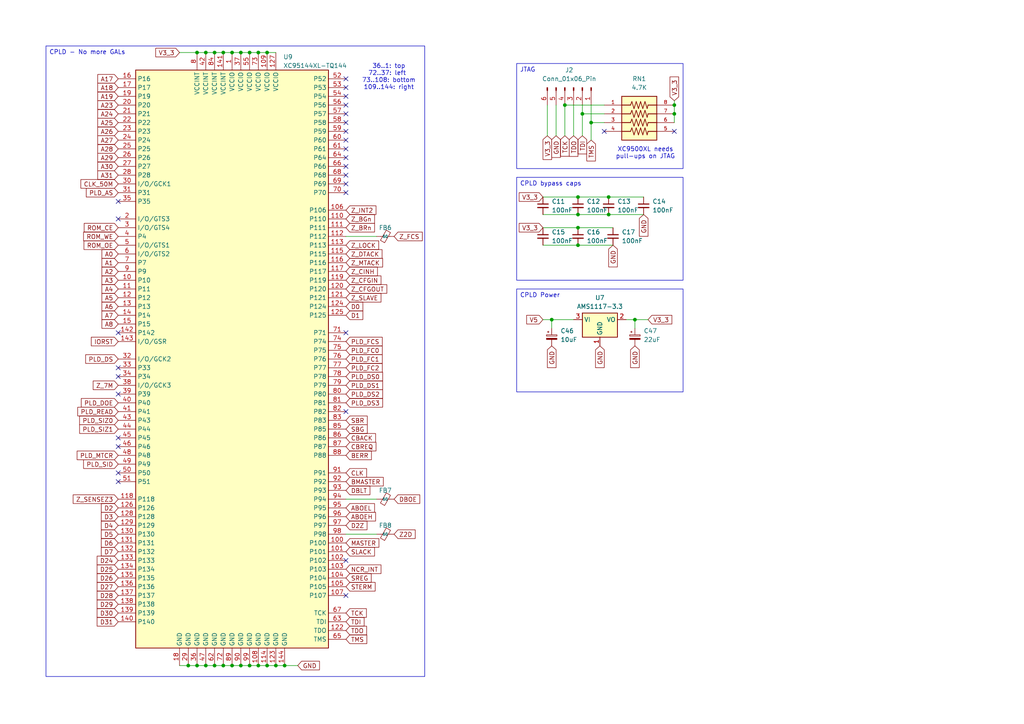
<source format=kicad_sch>
(kicad_sch (version 20250114) (generator "eeschema") (generator_version "9.0")
  (paper "A4")
  (lib_symbols
    (symbol "CPLD_Xilinx:XC95144XL-TQ144"
      (property "Reference" "U" (at -27.94 85.09 0))
      (property "Value" "XC95144XL-TQ144" (at -27.94 -85.09 0))
      (symbol "XC95144XL-TQ144_1_1"
        (rectangle (start -27.94 83.82) (end 27.94 -83.82) (stroke (width 0.254)) (fill (type background)))
        (pin bidirectional line (at -33.02 81.28 0) (length 5.08) (name "P16") (number "16"))
        (pin bidirectional line (at -33.02 78.74 0) (length 5.08) (name "P17") (number "17"))
        (pin bidirectional line (at -33.02 76.2 0) (length 5.08) (name "P19") (number "19"))
        (pin bidirectional line (at -33.02 73.66 0) (length 5.08) (name "P20") (number "20"))
        (pin bidirectional line (at -33.02 71.12 0) (length 5.08) (name "P21") (number "21"))
        (pin bidirectional line (at -33.02 68.58 0) (length 5.08) (name "P22") (number "22"))
        (pin bidirectional line (at -33.02 66.04 0) (length 5.08) (name "P23") (number "23"))
        (pin bidirectional line (at -33.02 63.5 0) (length 5.08) (name "P24") (number "24"))
        (pin bidirectional line (at -33.02 60.96 0) (length 5.08) (name "P25") (number "25"))
        (pin bidirectional line (at -33.02 58.42 0) (length 5.08) (name "P26") (number "26"))
        (pin bidirectional line (at -33.02 55.88 0) (length 5.08) (name "P27") (number "27"))
        (pin bidirectional line (at -33.02 53.34 0) (length 5.08) (name "P28") (number "28"))
        (pin bidirectional line (at -33.02 50.8 0) (length 5.08) (name "I/O/GCK1") (number "30"))
        (pin bidirectional line (at -33.02 48.26 0) (length 5.08) (name "P31") (number "31"))
        (pin bidirectional line (at -33.02 45.72 0) (length 5.08) (name "P35") (number "35"))
        (pin bidirectional line (at -33.02 40.64 0) (length 5.08) (name "I/O/GTS3") (number "2"))
        (pin bidirectional line (at -33.02 38.1 0) (length 5.08) (name "I/O/GTS4") (number "3"))
        (pin bidirectional line (at -33.02 35.56 0) (length 5.08) (name "P4") (number "4"))
        (pin bidirectional line (at -33.02 33.02 0) (length 5.08) (name "I/O/GTS1") (number "5"))
        (pin bidirectional line (at -33.02 30.48 0) (length 5.08) (name "I/O/GTS2") (number "6"))
        (pin bidirectional line (at -33.02 27.94 0) (length 5.08) (name "P7") (number "7"))
        (pin bidirectional line (at -33.02 25.4 0) (length 5.08) (name "P9") (number "9"))
        (pin bidirectional line (at -33.02 22.86 0) (length 5.08) (name "P10") (number "10"))
        (pin bidirectional line (at -33.02 20.32 0) (length 5.08) (name "P11") (number "11"))
        (pin bidirectional line (at -33.02 17.78 0) (length 5.08) (name "P12") (number "12"))
        (pin bidirectional line (at -33.02 15.24 0) (length 5.08) (name "P13") (number "13"))
        (pin bidirectional line (at -33.02 12.7 0) (length 5.08) (name "P14") (number "14"))
        (pin bidirectional line (at -33.02 10.16 0) (length 5.08) (name "P15") (number "15"))
        (pin bidirectional line (at -33.02 7.62 0) (length 5.08) (name "P142") (number "142"))
        (pin bidirectional line (at -33.02 5.08 0) (length 5.08) (name "I/O/GSR") (number "143"))
        (pin bidirectional line (at -33.02 0 0) (length 5.08) (name "I/O/GCK2") (number "32"))
        (pin bidirectional line (at -33.02 -2.54 0) (length 5.08) (name "P33") (number "33"))
        (pin bidirectional line (at -33.02 -5.08 0) (length 5.08) (name "P34") (number "34"))
        (pin bidirectional line (at -33.02 -7.62 0) (length 5.08) (name "I/O/GCK3") (number "38"))
        (pin bidirectional line (at -33.02 -10.16 0) (length 5.08) (name "P39") (number "39"))
        (pin bidirectional line (at -33.02 -12.7 0) (length 5.08) (name "P40") (number "40"))
        (pin bidirectional line (at -33.02 -15.24 0) (length 5.08) (name "P41") (number "41"))
        (pin bidirectional line (at -33.02 -17.78 0) (length 5.08) (name "P43") (number "43"))
        (pin bidirectional line (at -33.02 -20.32 0) (length 5.08) (name "P44") (number "44"))
        (pin bidirectional line (at -33.02 -22.86 0) (length 5.08) (name "P45") (number "45"))
        (pin bidirectional line (at -33.02 -25.4 0) (length 5.08) (name "P46") (number "46"))
        (pin bidirectional line (at -33.02 -27.94 0) (length 5.08) (name "P48") (number "48"))
        (pin bidirectional line (at -33.02 -30.48 0) (length 5.08) (name "P49") (number "49"))
        (pin bidirectional line (at -33.02 -33.02 0) (length 5.08) (name "P50") (number "50"))
        (pin bidirectional line (at -33.02 -35.56 0) (length 5.08) (name "P51") (number "51"))
        (pin bidirectional line (at -33.02 -40.64 0) (length 5.08) (name "P118") (number "118"))
        (pin bidirectional line (at -33.02 -43.18 0) (length 5.08) (name "P126") (number "126"))
        (pin bidirectional line (at -33.02 -45.72 0) (length 5.08) (name "P128") (number "128"))
        (pin bidirectional line (at -33.02 -48.26 0) (length 5.08) (name "P129") (number "129"))
        (pin bidirectional line (at -33.02 -50.8 0) (length 5.08) (name "P130") (number "130"))
        (pin bidirectional line (at -33.02 -53.34 0) (length 5.08) (name "P131") (number "131"))
        (pin bidirectional line (at -33.02 -55.88 0) (length 5.08) (name "P132") (number "132"))
        (pin bidirectional line (at -33.02 -58.42 0) (length 5.08) (name "P133") (number "133"))
        (pin bidirectional line (at -33.02 -60.96 0) (length 5.08) (name "P134") (number "134"))
        (pin bidirectional line (at -33.02 -63.5 0) (length 5.08) (name "P135") (number "135"))
        (pin bidirectional line (at -33.02 -66.04 0) (length 5.08) (name "P136") (number "136"))
        (pin bidirectional line (at -33.02 -68.58 0) (length 5.08) (name "P137") (number "137"))
        (pin bidirectional line (at -33.02 -71.12 0) (length 5.08) (name "P138") (number "138"))
        (pin bidirectional line (at -33.02 -73.66 0) (length 5.08) (name "P139") (number "139"))
        (pin bidirectional line (at -33.02 -76.2 0) (length 5.08) (name "P140") (number "140"))
        (pin power_in line (at -15.24 -88.9 90) (length 5.08) (name "GND") (number "18"))
        (pin power_in line (at -12.7 -88.9 90) (length 5.08) (name "GND") (number "29"))
        (pin power_in line (at -10.16 88.9 270) (length 5.08) (name "VCCINT") (number "8"))
        (pin power_in line (at -10.16 -88.9 90) (length 5.08) (name "GND") (number "36"))
        (pin power_in line (at -7.62 88.9 270) (length 5.08) (name "VCCINT") (number "42"))
        (pin power_in line (at -7.62 -88.9 90) (length 5.08) (name "GND") (number "47"))
        (pin power_in line (at -5.08 88.9 270) (length 5.08) (name "VCCINT") (number "84"))
        (pin power_in line (at -5.08 -88.9 90) (length 5.08) (name "GND") (number "62"))
        (pin power_in line (at -2.54 88.9 270) (length 5.08) (name "VCCINT") (number "141"))
        (pin power_in line (at -2.54 -88.9 90) (length 5.08) (name "GND") (number "72"))
        (pin power_in line (at 0 88.9 270) (length 5.08) (name "VCCIO") (number "1"))
        (pin power_in line (at 0 -88.9 90) (length 5.08) (name "GND") (number "89"))
        (pin power_in line (at 2.54 88.9 270) (length 5.08) (name "VCCIO") (number "37"))
        (pin power_in line (at 2.54 -88.9 90) (length 5.08) (name "GND") (number "90"))
        (pin power_in line (at 5.08 88.9 270) (length 5.08) (name "VCCIO") (number "55"))
        (pin power_in line (at 5.08 -88.9 90) (length 5.08) (name "GND") (number "99"))
        (pin power_in line (at 7.62 88.9 270) (length 5.08) (name "VCCIO") (number "73"))
        (pin power_in line (at 7.62 -88.9 90) (length 5.08) (name "GND") (number "108"))
        (pin power_in line (at 10.16 88.9 270) (length 5.08) (name "VCCIO") (number "109"))
        (pin power_in line (at 10.16 -88.9 90) (length 5.08) (name "GND") (number "114"))
        (pin power_in line (at 12.7 88.9 270) (length 5.08) (name "VCCIO") (number "127"))
        (pin power_in line (at 12.7 -88.9 90) (length 5.08) (name "GND") (number "123"))
        (pin power_in line (at 15.24 -88.9 90) (length 5.08) (name "GND") (number "144"))
        (pin bidirectional line (at 33.02 81.28 180) (length 5.08) (name "P52") (number "52"))
        (pin bidirectional line (at 33.02 78.74 180) (length 5.08) (name "P53") (number "53"))
        (pin bidirectional line (at 33.02 76.2 180) (length 5.08) (name "P54") (number "54"))
        (pin bidirectional line (at 33.02 73.66 180) (length 5.08) (name "P56") (number "56"))
        (pin bidirectional line (at 33.02 71.12 180) (length 5.08) (name "P57") (number "57"))
        (pin bidirectional line (at 33.02 68.58 180) (length 5.08) (name "P58") (number "58"))
        (pin bidirectional line (at 33.02 66.04 180) (length 5.08) (name "P59") (number "59"))
        (pin bidirectional line (at 33.02 63.5 180) (length 5.08) (name "P60") (number "60"))
        (pin bidirectional line (at 33.02 60.96 180) (length 5.08) (name "P61") (number "61"))
        (pin bidirectional line (at 33.02 58.42 180) (length 5.08) (name "P64") (number "64"))
        (pin bidirectional line (at 33.02 55.88 180) (length 5.08) (name "P66") (number "66"))
        (pin bidirectional line (at 33.02 53.34 180) (length 5.08) (name "P68") (number "68"))
        (pin bidirectional line (at 33.02 50.8 180) (length 5.08) (name "P69") (number "69"))
        (pin bidirectional line (at 33.02 48.26 180) (length 5.08) (name "P70") (number "70"))
        (pin bidirectional line (at 33.02 43.18 180) (length 5.08) (name "P106") (number "106"))
        (pin bidirectional line (at 33.02 40.64 180) (length 5.08) (name "P110") (number "110"))
        (pin bidirectional line (at 33.02 38.1 180) (length 5.08) (name "P111") (number "111"))
        (pin bidirectional line (at 33.02 35.56 180) (length 5.08) (name "P112") (number "112"))
        (pin bidirectional line (at 33.02 33.02 180) (length 5.08) (name "P113") (number "113"))
        (pin bidirectional line (at 33.02 30.48 180) (length 5.08) (name "P115") (number "115"))
        (pin bidirectional line (at 33.02 27.94 180) (length 5.08) (name "P116") (number "116"))
        (pin bidirectional line (at 33.02 25.4 180) (length 5.08) (name "P117") (number "117"))
        (pin bidirectional line (at 33.02 22.86 180) (length 5.08) (name "P119") (number "119"))
        (pin bidirectional line (at 33.02 20.32 180) (length 5.08) (name "P120") (number "120"))
        (pin bidirectional line (at 33.02 17.78 180) (length 5.08) (name "P121") (number "121"))
        (pin bidirectional line (at 33.02 15.24 180) (length 5.08) (name "P124") (number "124"))
        (pin bidirectional line (at 33.02 12.7 180) (length 5.08) (name "P125") (number "125"))
        (pin bidirectional line (at 33.02 7.62 180) (length 5.08) (name "P71") (number "71"))
        (pin bidirectional line (at 33.02 5.08 180) (length 5.08) (name "P74") (number "74"))
        (pin bidirectional line (at 33.02 2.54 180) (length 5.08) (name "P75") (number "75"))
        (pin bidirectional line (at 33.02 0 180) (length 5.08) (name "P76") (number "76"))
        (pin bidirectional line (at 33.02 -2.54 180) (length 5.08) (name "P77") (number "77"))
        (pin bidirectional line (at 33.02 -5.08 180) (length 5.08) (name "P78") (number "78"))
        (pin bidirectional line (at 33.02 -7.62 180) (length 5.08) (name "P79") (number "79"))
        (pin bidirectional line (at 33.02 -10.16 180) (length 5.08) (name "P80") (number "80"))
        (pin bidirectional line (at 33.02 -12.7 180) (length 5.08) (name "P81") (number "81"))
        (pin bidirectional line (at 33.02 -15.24 180) (length 5.08) (name "P82") (number "82"))
        (pin bidirectional line (at 33.02 -17.78 180) (length 5.08) (name "P83") (number "83"))
        (pin bidirectional line (at 33.02 -20.32 180) (length 5.08) (name "P85") (number "85"))
        (pin bidirectional line (at 33.02 -22.86 180) (length 5.08) (name "P86") (number "86"))
        (pin bidirectional line (at 33.02 -25.4 180) (length 5.08) (name "P87") (number "87"))
        (pin bidirectional line (at 33.02 -27.94 180) (length 5.08) (name "P88") (number "88"))
        (pin bidirectional line (at 33.02 -33.02 180) (length 5.08) (name "P91") (number "91"))
        (pin bidirectional line (at 33.02 -35.56 180) (length 5.08) (name "P92") (number "92"))
        (pin bidirectional line (at 33.02 -38.1 180) (length 5.08) (name "P93") (number "93"))
        (pin bidirectional line (at 33.02 -40.64 180) (length 5.08) (name "P94") (number "94"))
        (pin bidirectional line (at 33.02 -43.18 180) (length 5.08) (name "P95") (number "95"))
        (pin bidirectional line (at 33.02 -45.72 180) (length 5.08) (name "P96") (number "96"))
        (pin bidirectional line (at 33.02 -48.26 180) (length 5.08) (name "P97") (number "97"))
        (pin bidirectional line (at 33.02 -50.8 180) (length 5.08) (name "P98") (number "98"))
        (pin bidirectional line (at 33.02 -53.34 180) (length 5.08) (name "P100") (number "100"))
        (pin bidirectional line (at 33.02 -55.88 180) (length 5.08) (name "P101") (number "101"))
        (pin bidirectional line (at 33.02 -58.42 180) (length 5.08) (name "P102") (number "102"))
        (pin bidirectional line (at 33.02 -60.96 180) (length 5.08) (name "P103") (number "103"))
        (pin bidirectional line (at 33.02 -63.5 180) (length 5.08) (name "P104") (number "104"))
        (pin bidirectional line (at 33.02 -66.04 180) (length 5.08) (name "P105") (number "105"))
        (pin bidirectional line (at 33.02 -68.58 180) (length 5.08) (name "P107") (number "107"))
        (pin bidirectional line (at 33.02 -73.66 180) (length 5.08) (name "TCK") (number "67"))
        (pin bidirectional line (at 33.02 -76.2 180) (length 5.08) (name "TDI") (number "63"))
        (pin bidirectional line (at 33.02 -78.74 180) (length 5.08) (name "TDO") (number "122"))
        (pin bidirectional line (at 33.02 -81.28 180) (length 5.08) (name "TMS") (number "65"))
      )
    )
    (symbol "Connector:Conn_01x06_Pin" (pin_names (offset 1.016) (hide yes))
      (property "Reference" "J" (at 0 7.62 0))
      (property "Value" "Conn_01x06_Pin" (at 0 -10.16 0))
      (symbol "Conn_01x06_Pin_1_1"
        (rectangle (start 0.8636 5.207) (end 0 4.953) (stroke (width 0.1524)) (fill (type outline)))
        (rectangle (start 0.8636 2.667) (end 0 2.413) (stroke (width 0.1524)) (fill (type outline)))
        (rectangle (start 0.8636 0.127) (end 0 -0.127) (stroke (width 0.1524)) (fill (type outline)))
        (rectangle (start 0.8636 -2.413) (end 0 -2.667) (stroke (width 0.1524)) (fill (type outline)))
        (rectangle (start 0.8636 -4.953) (end 0 -5.207) (stroke (width 0.1524)) (fill (type outline)))
        (rectangle (start 0.8636 -7.493) (end 0 -7.747) (stroke (width 0.1524)) (fill (type outline)))
        (polyline (pts (xy 1.27 5.08) (xy 0.8636 5.08)) (stroke (width 0.1524)))
        (polyline (pts (xy 1.27 2.54) (xy 0.8636 2.54)) (stroke (width 0.1524)))
        (polyline (pts (xy 1.27 0) (xy 0.8636 0)) (stroke (width 0.1524)))
        (polyline (pts (xy 1.27 -2.54) (xy 0.8636 -2.54)) (stroke (width 0.1524)))
        (polyline (pts (xy 1.27 -5.08) (xy 0.8636 -5.08)) (stroke (width 0.1524)))
        (polyline (pts (xy 1.27 -7.62) (xy 0.8636 -7.62)) (stroke (width 0.1524)))
        (pin passive line (at 5.08 5.08 180) (length 3.81) (name "Pin_1") (number "1"))
        (pin passive line (at 5.08 2.54 180) (length 3.81) (name "Pin_2") (number "2"))
        (pin passive line (at 5.08 0 180) (length 3.81) (name "Pin_3") (number "3"))
        (pin passive line (at 5.08 -2.54 180) (length 3.81) (name "Pin_4") (number "4"))
        (pin passive line (at 5.08 -5.08 180) (length 3.81) (name "Pin_5") (number "5"))
        (pin passive line (at 5.08 -7.62 180) (length 3.81) (name "Pin_6") (number "6"))
      )
    )
    (symbol "Device:C_Polarized_Small" (pin_numbers (hide yes)) (pin_names (offset 0.254) (hide yes))
      (property "Reference" "C" (at 0.254 1.778 0))
      (property "Value" "C_Polarized_Small" (at 0.254 -2.032 0))
      (symbol "C_Polarized_Small_0_1"
        (rectangle (start -1.524 0.6858) (end 1.524 0.3048))
        (rectangle (start -1.524 -0.3048) (end 1.524 -0.6858) (fill (type outline)))
        (polyline (pts (xy -1.27 1.524) (xy -0.762 1.524)))
        (polyline (pts (xy -1.016 1.27) (xy -1.016 1.778)))
      )
      (symbol "C_Polarized_Small_1_1"
        (pin passive line (at 0 2.54 270) (length 1.8542) (name "~") (number "1"))
        (pin passive line (at 0 -2.54 90) (length 1.8542) (name "~") (number "2"))
      )
    )
    (symbol "Device:C_Small" (pin_numbers (hide yes)) (pin_names (offset 0.254) (hide yes))
      (property "Reference" "C" (at 0.254 1.778 0))
      (property "Value" "C_Small" (at 0.254 -2.032 0))
      (symbol "C_Small_0_1"
        (polyline (pts (xy -1.524 0.508) (xy 1.524 0.508)) (stroke (width 0.3048)))
        (polyline (pts (xy -1.524 -0.508) (xy 1.524 -0.508)) (stroke (width 0.3302)))
      )
      (symbol "C_Small_1_1"
        (pin passive line (at 0 2.54 270) (length 2.032) (name "~") (number "1"))
        (pin passive line (at 0 -2.54 90) (length 2.032) (name "~") (number "2"))
      )
    )
    (symbol "Device:FerriteBead_Small" (pin_numbers (hide yes)) (pin_names (offset 0))
      (property "Reference" "FB" (at 1.905 1.27 0))
      (property "Value" "FerriteBead_Small" (at 1.905 -1.27 0))
      (symbol "FerriteBead_Small_0_1"
        (polyline (pts (xy -1.8288 0.2794) (xy -1.1176 1.4986) (xy 1.8288 -0.2032) (xy 1.1176 -1.4224) (xy -1.8288 0.2794)))
        (polyline (pts (xy 0 0.889) (xy 0 1.2954)))
        (polyline (pts (xy 0 -1.27) (xy 0 -0.7874)))
      )
      (symbol "FerriteBead_Small_1_1"
        (pin passive line (at 0 2.54 270) (length 1.27) (name "~") (number "1"))
        (pin passive line (at 0 -2.54 90) (length 1.27) (name "~") (number "2"))
      )
    )
    (symbol "Regulator_Linear:AMS1117-3.3"
      (property "Reference" "U" (at -3.81 3.175 0))
      (property "Value" "AMS1117-3.3" (at 0 3.175 0))
      (symbol "AMS1117-3.3_0_1"
        (rectangle (start -5.08 -5.08) (end 5.08 1.905) (stroke (width 0.254)) (fill (type background)))
      )
      (symbol "AMS1117-3.3_1_1"
        (pin power_in line (at -7.62 0 0) (length 2.54) (name "VI") (number "3"))
        (pin power_in line (at 0 -7.62 90) (length 2.54) (name "GND") (number "1"))
        (pin power_out line (at 7.62 0 180) (length 2.54) (name "VO") (number "2"))
      )
    )
    (symbol "YC324-FK-071KL:YC324-FK-071KL" (pin_names (offset 1.016))
      (property "Reference" "R" (at -5.08 8.128 0))
      (property "Value" "YC324-FK-071KL" (at -5.08 -7.62 0))
      (symbol "YC324-FK-071KL_0_0"
        (rectangle (start -5.08 -5.08) (end 5.08 7.62) (stroke (width 0.254)) (fill (type background)))
        (polyline (pts (xy -2.54 5.08) (xy -5.08 5.08)) (stroke (width 0.254)))
        (polyline (pts (xy -2.54 5.08) (xy -2.159 6.096)) (stroke (width 0.2032)))
        (polyline (pts (xy -2.54 2.54) (xy -5.08 2.54)) (stroke (width 0.254)))
        (polyline (pts (xy -2.54 2.54) (xy -2.159 3.556)) (stroke (width 0.2032)))
        (polyline (pts (xy -2.54 0) (xy -5.08 0)) (stroke (width 0.254)))
        (polyline (pts (xy -2.54 0) (xy -2.159 1.016)) (stroke (width 0.2032)))
        (polyline (pts (xy -2.54 -2.54) (xy -5.08 -2.54)) (stroke (width 0.254)))
        (polyline (pts (xy -2.54 -2.54) (xy -2.159 -1.524)) (stroke (width 0.2032)))
        (polyline (pts (xy -2.159 6.096) (xy -1.524 4.064)) (stroke (width 0.2032)))
        (polyline (pts (xy -2.159 3.556) (xy -1.524 1.524)) (stroke (width 0.2032)))
        (polyline (pts (xy -2.159 1.016) (xy -1.524 -1.016)) (stroke (width 0.2032)))
        (polyline (pts (xy -2.159 -1.524) (xy -1.524 -3.556)) (stroke (width 0.2032)))
        (polyline (pts (xy -1.524 4.064) (xy -0.889 6.096)) (stroke (width 0.2032)))
        (polyline (pts (xy -1.524 1.524) (xy -0.889 3.556)) (stroke (width 0.2032)))
        (polyline (pts (xy -1.524 -1.016) (xy -0.889 1.016)) (stroke (width 0.2032)))
        (polyline (pts (xy -1.524 -3.556) (xy -0.889 -1.524)) (stroke (width 0.2032)))
        (polyline (pts (xy -0.889 6.096) (xy -0.254 4.064)) (stroke (width 0.2032)))
        (polyline (pts (xy -0.889 3.556) (xy -0.254 1.524)) (stroke (width 0.2032)))
        (polyline (pts (xy -0.889 1.016) (xy -0.254 -1.016)) (stroke (width 0.2032)))
        (polyline (pts (xy -0.889 -1.524) (xy -0.254 -3.556)) (stroke (width 0.2032)))
        (polyline (pts (xy -0.254 4.064) (xy 0.381 6.096)) (stroke (width 0.2032)))
        (polyline (pts (xy -0.254 1.524) (xy 0.381 3.556)) (stroke (width 0.2032)))
        (polyline (pts (xy -0.254 -1.016) (xy 0.381 1.016)) (stroke (width 0.2032)))
        (polyline (pts (xy -0.254 -3.556) (xy 0.381 -1.524)) (stroke (width 0.2032)))
        (polyline (pts (xy 0.381 6.096) (xy 1.016 4.064)) (stroke (width 0.2032)))
        (polyline (pts (xy 0.381 3.556) (xy 1.016 1.524)) (stroke (width 0.2032)))
        (polyline (pts (xy 0.381 1.016) (xy 1.016 -1.016)) (stroke (width 0.2032)))
        (polyline (pts (xy 0.381 -1.524) (xy 1.016 -3.556)) (stroke (width 0.2032)))
        (polyline (pts (xy 1.016 4.064) (xy 1.651 6.096)) (stroke (width 0.2032)))
        (polyline (pts (xy 1.016 1.524) (xy 1.651 3.556)) (stroke (width 0.2032)))
        (polyline (pts (xy 1.016 -1.016) (xy 1.651 1.016)) (stroke (width 0.2032)))
        (polyline (pts (xy 1.016 -3.556) (xy 1.651 -1.524)) (stroke (width 0.2032)))
        (polyline (pts (xy 1.651 6.096) (xy 2.286 4.064)) (stroke (width 0.2032)))
        (polyline (pts (xy 1.651 3.556) (xy 2.286 1.524)) (stroke (width 0.2032)))
        (polyline (pts (xy 1.651 1.016) (xy 2.286 -1.016)) (stroke (width 0.2032)))
        (polyline (pts (xy 1.651 -1.524) (xy 2.286 -3.556)) (stroke (width 0.2032)))
        (polyline (pts (xy 2.286 4.064) (xy 2.54 5.08)) (stroke (width 0.2032)))
        (polyline (pts (xy 2.286 1.524) (xy 2.54 2.54)) (stroke (width 0.2032)))
        (polyline (pts (xy 2.286 -1.016) (xy 2.54 0)) (stroke (width 0.2032)))
        (polyline (pts (xy 2.286 -3.556) (xy 2.54 -2.54)) (stroke (width 0.2032)))
        (polyline (pts (xy 5.08 5.08) (xy 2.54 5.08)) (stroke (width 0.254)))
        (polyline (pts (xy 5.08 2.54) (xy 2.54 2.54)) (stroke (width 0.254)))
        (polyline (pts (xy 5.08 0) (xy 2.54 0)) (stroke (width 0.254)))
        (polyline (pts (xy 5.08 -2.54) (xy 2.54 -2.54)) (stroke (width 0.254)))
        (pin passive line (at -10.16 5.08 0) (length 5.08) (name "~") (number "1"))
        (pin passive line (at -10.16 2.54 0) (length 5.08) (name "~") (number "2"))
        (pin passive line (at -10.16 0 0) (length 5.08) (name "~") (number "3"))
        (pin passive line (at -10.16 -2.54 0) (length 5.08) (name "~") (number "4"))
        (pin passive line (at 10.16 5.08 180) (length 5.08) (name "~") (number "8"))
        (pin passive line (at 10.16 2.54 180) (length 5.08) (name "~") (number "7"))
        (pin passive line (at 10.16 0 180) (length 5.08) (name "~") (number "6"))
        (pin passive line (at 10.16 -2.54 180) (length 5.08) (name "~") (number "5"))
      )
    )
  )
  (text "36..1: top\n72..37: left \n73..108: bottom\n109..144: right" (at 112.776 22.352 0) (effects (font (size 1.27 1.27))))
  (text "XC9500XL needs\npull-ups on JTAG" (at 187.198 44.45 0) (effects (font (size 1.27 1.27))))
  (text_box "CPLD - No more GALs" (at 13.335 13.335 0) (size 109.855 182.88) (margins 0.9525 0.9525 0.9525 0.9525) (effects (font (size 1.27 1.27)) (justify left top)))
  (text_box "JTAG\n" (at 149.86 18.415 0) (size 48.26 30.48) (margins 0.9525 0.9525 0.9525 0.9525) (effects (font (size 1.27 1.27)) (justify left top)))
  (text_box "CPLD Power" (at 149.86 83.82 0) (size 48.26 29.845) (margins 0.9525 0.9525 0.9525 0.9525) (effects (font (size 1.27 1.27)) (justify left top)))
  (text_box "CPLD bypass caps\n" (at 149.86 51.435 0) (size 48.26 29.845) (margins 0.9525 0.9525 0.9525 0.9525) (effects (font (size 1.27 1.27)) (justify left top)))
  (junction (at 57.15 193.04))
  (junction (at 176.53 62.23))
  (junction (at 167.64 71.12))
  (junction (at 62.23 15.24))
  (junction (at 160.02 92.71))
  (junction (at 167.64 62.23))
  (junction (at 72.39 193.04))
  (junction (at 59.69 15.24))
  (junction (at 167.64 66.04))
  (junction (at 184.15 92.71))
  (junction (at 69.85 193.04))
  (junction (at 176.53 57.15))
  (junction (at 57.15 15.24))
  (junction (at 163.83 30.48))
  (junction (at 195.58 33.02))
  (junction (at 80.01 193.04))
  (junction (at 72.39 15.24))
  (junction (at 69.85 15.24))
  (junction (at 77.47 15.24))
  (junction (at 77.47 193.04))
  (junction (at 74.93 193.04))
  (junction (at 64.77 193.04))
  (junction (at 62.23 193.04))
  (junction (at 67.31 193.04))
  (junction (at 168.91 33.02))
  (junction (at 64.77 15.24))
  (junction (at 74.93 15.24))
  (junction (at 195.58 30.48))
  (junction (at 171.45 35.56))
  (junction (at 167.64 57.15))
  (junction (at 59.69 193.04))
  (junction (at 54.61 193.04))
  (junction (at 82.55 193.04))
  (junction (at 67.31 15.24))
  (no_connect (at 34.29 96.52))
  (no_connect (at 100.33 48.26))
  (no_connect (at 100.33 40.64))
  (no_connect (at 100.33 96.52))
  (no_connect (at 100.33 50.8))
  (no_connect (at 100.33 27.94))
  (no_connect (at 34.29 109.22))
  (no_connect (at 100.33 172.72))
  (no_connect (at 34.29 137.16))
  (no_connect (at 100.33 38.1))
  (no_connect (at 195.58 38.1))
  (no_connect (at 100.33 35.56))
  (no_connect (at 100.33 55.88))
  (no_connect (at 34.29 63.5))
  (no_connect (at 100.33 53.34))
  (no_connect (at 34.29 129.54))
  (no_connect (at 34.29 139.7))
  (no_connect (at 100.33 22.86))
  (no_connect (at 34.29 127))
  (no_connect (at 34.29 114.3))
  (no_connect (at 100.33 25.4))
  (no_connect (at 175.26 38.1))
  (no_connect (at 34.29 106.68))
  (no_connect (at 100.33 30.48))
  (no_connect (at 100.33 45.72))
  (no_connect (at 100.33 119.38))
  (no_connect (at 34.29 58.42))
  (no_connect (at 100.33 33.02))
  (no_connect (at 100.33 162.56))
  (no_connect (at 100.33 43.18))
  (wire (pts (xy 157.48 92.71) (xy 160.02 92.71)))
  (wire (pts (xy 64.77 193.04) (xy 67.31 193.04)))
  (wire (pts (xy 176.53 57.15) (xy 186.69 57.15)))
  (wire (pts (xy 195.58 33.02) (xy 195.58 35.56)))
  (wire (pts (xy 171.45 35.56) (xy 171.45 40.64)))
  (wire (pts (xy 158.75 30.48) (xy 158.75 39.37)))
  (wire (pts (xy 167.64 71.12) (xy 177.8 71.12)))
  (wire (pts (xy 157.48 62.23) (xy 167.64 62.23)))
  (wire (pts (xy 163.83 30.48) (xy 163.83 39.37)))
  (wire (pts (xy 176.53 62.23) (xy 186.69 62.23)))
  (wire (pts (xy 168.91 30.48) (xy 168.91 33.02)))
  (wire (pts (xy 167.64 66.04) (xy 177.8 66.04)))
  (wire (pts (xy 52.07 15.24) (xy 57.15 15.24)))
  (wire (pts (xy 166.37 30.48) (xy 166.37 39.37)))
  (wire (pts (xy 168.91 33.02) (xy 168.91 39.37)))
  (wire (pts (xy 157.48 71.12) (xy 167.64 71.12)))
  (wire (pts (xy 157.48 66.04) (xy 167.64 66.04)))
  (wire (pts (xy 64.77 15.24) (xy 67.31 15.24)))
  (wire (pts (xy 195.58 29.21) (xy 195.58 30.48)))
  (wire (pts (xy 184.15 95.25) (xy 184.15 92.71)))
  (wire (pts (xy 57.15 15.24) (xy 59.69 15.24)))
  (wire (pts (xy 59.69 15.24) (xy 62.23 15.24)))
  (wire (pts (xy 161.29 30.48) (xy 161.29 39.37)))
  (wire (pts (xy 160.02 92.71) (xy 166.37 92.71)))
  (wire (pts (xy 109.22 68.58) (xy 100.33 68.58)))
  (wire (pts (xy 171.45 30.48) (xy 171.45 35.56)))
  (wire (pts (xy 77.47 15.24) (xy 80.01 15.24)))
  (wire (pts (xy 74.93 15.24) (xy 77.47 15.24)))
  (wire (pts (xy 109.22 144.78) (xy 100.33 144.78)))
  (wire (pts (xy 168.91 33.02) (xy 175.26 33.02)))
  (wire (pts (xy 80.01 193.04) (xy 82.55 193.04)))
  (wire (pts (xy 72.39 193.04) (xy 74.93 193.04)))
  (wire (pts (xy 59.69 193.04) (xy 62.23 193.04)))
  (wire (pts (xy 163.83 30.48) (xy 175.26 30.48)))
  (wire (pts (xy 167.64 62.23) (xy 176.53 62.23)))
  (wire (pts (xy 157.48 57.15) (xy 167.64 57.15)))
  (wire (pts (xy 54.61 193.04) (xy 57.15 193.04)))
  (wire (pts (xy 67.31 193.04) (xy 69.85 193.04)))
  (wire (pts (xy 62.23 193.04) (xy 64.77 193.04)))
  (wire (pts (xy 77.47 193.04) (xy 80.01 193.04)))
  (wire (pts (xy 69.85 193.04) (xy 72.39 193.04)))
  (wire (pts (xy 72.39 15.24) (xy 74.93 15.24)))
  (wire (pts (xy 74.93 193.04) (xy 77.47 193.04)))
  (wire (pts (xy 52.07 193.04) (xy 54.61 193.04)))
  (wire (pts (xy 57.15 193.04) (xy 59.69 193.04)))
  (wire (pts (xy 184.15 92.71) (xy 181.61 92.71)))
  (wire (pts (xy 195.58 30.48) (xy 195.58 33.02)))
  (wire (pts (xy 109.22 154.94) (xy 100.33 154.94)))
  (wire (pts (xy 187.96 92.71) (xy 184.15 92.71)))
  (wire (pts (xy 160.02 95.25) (xy 160.02 92.71)))
  (wire (pts (xy 82.55 193.04) (xy 86.36 193.04)))
  (wire (pts (xy 171.45 35.56) (xy 175.26 35.56)))
  (wire (pts (xy 62.23 15.24) (xy 64.77 15.24)))
  (wire (pts (xy 167.64 57.15) (xy 176.53 57.15)))
  (wire (pts (xy 69.85 15.24) (xy 72.39 15.24)))
  (wire (pts (xy 67.31 15.24) (xy 69.85 15.24)))
  (global_label "A30" (shape input) (at 34.29 48.26 180) (property "Intersheetrefs" "${INTERSHEET_REFS}" (effects (hide yes))))
  (global_label "D3" (shape input) (at 34.29 149.86 180) (property "Intersheetrefs" "${INTERSHEET_REFS}" (effects (hide yes))))
  (global_label "NCR_INT" (shape input) (at 100.33 165.1 0) (property "Intersheetrefs" "${INTERSHEET_REFS}" (effects (hide yes))))
  (global_label "TDO" (shape input) (at 100.33 182.88 0) (property "Intersheetrefs" "${INTERSHEET_REFS}" (effects (hide yes))))
  (global_label "PLD_FCS" (shape input) (at 100.33 99.06 0) (property "Intersheetrefs" "${INTERSHEET_REFS}" (effects (hide yes))))
  (global_label "GND" (shape input) (at 173.99 100.33 270) (property "Intersheetrefs" "${INTERSHEET_REFS}" (effects (hide yes))))
  (global_label "D4" (shape input) (at 34.29 152.4 180) (property "Intersheetrefs" "${INTERSHEET_REFS}" (effects (hide yes))))
  (global_label "D24" (shape input) (at 34.29 162.56 180) (property "Intersheetrefs" "${INTERSHEET_REFS}" (effects (hide yes))))
  (global_label "D30" (shape input) (at 34.29 177.8 180) (property "Intersheetrefs" "${INTERSHEET_REFS}" (effects (hide yes))))
  (global_label "V3_3" (shape input) (at 158.75 39.37 270) (property "Intersheetrefs" "${INTERSHEET_REFS}" (effects (hide yes))))
  (global_label "D26" (shape input) (at 34.29 167.64 180) (property "Intersheetrefs" "${INTERSHEET_REFS}" (effects (hide yes))))
  (global_label "Z_FCS" (shape input) (at 114.3 68.58 0) (property "Intersheetrefs" "${INTERSHEET_REFS}" (effects (hide yes))))
  (global_label "D0" (shape input) (at 100.33 88.9 0) (property "Intersheetrefs" "${INTERSHEET_REFS}" (effects (hide yes))))
  (global_label "Z_CINH" (shape input) (at 100.33 78.74 0) (property "Intersheetrefs" "${INTERSHEET_REFS}" (effects (hide yes))))
  (global_label "A3" (shape input) (at 34.29 81.28 180) (property "Intersheetrefs" "${INTERSHEET_REFS}" (effects (hide yes))))
  (global_label "Z_BGn" (shape input) (at 100.33 63.5 0) (property "Intersheetrefs" "${INTERSHEET_REFS}" (effects (hide yes))))
  (global_label "A27" (shape input) (at 34.29 40.64 180) (property "Intersheetrefs" "${INTERSHEET_REFS}" (effects (hide yes))))
  (global_label "PLD_DS2" (shape input) (at 100.33 114.3 0) (property "Intersheetrefs" "${INTERSHEET_REFS}" (effects (hide yes))))
  (global_label "IORST" (shape input) (at 34.29 99.06 180) (property "Intersheetrefs" "${INTERSHEET_REFS}" (effects (hide yes))))
  (global_label "GND" (shape input) (at 161.29 39.37 270) (property "Intersheetrefs" "${INTERSHEET_REFS}" (effects (hide yes))))
  (global_label "MASTER" (shape input) (at 100.33 157.48 0) (property "Intersheetrefs" "${INTERSHEET_REFS}" (effects (hide yes))))
  (global_label "PLD_SID" (shape input) (at 34.29 134.62 180) (property "Intersheetrefs" "${INTERSHEET_REFS}" (effects (hide yes))))
  (global_label "A8" (shape input) (at 34.29 93.98 180) (property "Intersheetrefs" "${INTERSHEET_REFS}" (effects (hide yes))))
  (global_label "A2" (shape input) (at 34.29 78.74 180) (property "Intersheetrefs" "${INTERSHEET_REFS}" (effects (hide yes))))
  (global_label "ROM_WE" (shape input) (at 34.29 68.58 180) (property "Intersheetrefs" "${INTERSHEET_REFS}" (effects (hide yes))))
  (global_label "ABOEL" (shape input) (at 100.33 147.32 0) (property "Intersheetrefs" "${INTERSHEET_REFS}" (effects (hide yes))))
  (global_label "TDO" (shape input) (at 166.37 39.37 270) (property "Intersheetrefs" "${INTERSHEET_REFS}" (effects (hide yes))))
  (global_label "PLD_READ" (shape input) (at 34.29 119.38 180) (property "Intersheetrefs" "${INTERSHEET_REFS}" (effects (hide yes))))
  (global_label "D7" (shape input) (at 34.29 160.02 180) (property "Intersheetrefs" "${INTERSHEET_REFS}" (effects (hide yes))))
  (global_label "Z_LOCK" (shape input) (at 100.33 71.12 0) (property "Intersheetrefs" "${INTERSHEET_REFS}" (effects (hide yes))))
  (global_label "PLD_AS" (shape input) (at 34.29 55.88 180) (property "Intersheetrefs" "${INTERSHEET_REFS}" (effects (hide yes))))
  (global_label "ROM_OE" (shape input) (at 34.29 71.12 180) (property "Intersheetrefs" "${INTERSHEET_REFS}" (effects (hide yes))))
  (global_label "V3_3" (shape input) (at 157.48 57.15 180) (property "Intersheetrefs" "${INTERSHEET_REFS}" (effects (hide yes))))
  (global_label "D31" (shape input) (at 34.29 180.34 180) (property "Intersheetrefs" "${INTERSHEET_REFS}" (effects (hide yes))))
  (global_label "DBLT" (shape input) (at 100.33 142.24 0) (property "Intersheetrefs" "${INTERSHEET_REFS}" (effects (hide yes))))
  (global_label "PLD_FC0" (shape input) (at 100.33 101.6 0) (property "Intersheetrefs" "${INTERSHEET_REFS}" (effects (hide yes))))
  (global_label "BERR" (shape input) (at 100.33 132.08 0) (property "Intersheetrefs" "${INTERSHEET_REFS}" (effects (hide yes))))
  (global_label "ROM_CE" (shape input) (at 34.29 66.04 180) (property "Intersheetrefs" "${INTERSHEET_REFS}" (effects (hide yes))))
  (global_label "PLD_FC2" (shape input) (at 100.33 106.68 0) (property "Intersheetrefs" "${INTERSHEET_REFS}" (effects (hide yes))))
  (global_label "A18" (shape input) (at 34.29 25.4 180) (property "Intersheetrefs" "${INTERSHEET_REFS}" (effects (hide yes))))
  (global_label "A4" (shape input) (at 34.29 83.82 180) (property "Intersheetrefs" "${INTERSHEET_REFS}" (effects (hide yes))))
  (global_label "D1" (shape input) (at 100.33 91.44 0) (property "Intersheetrefs" "${INTERSHEET_REFS}" (effects (hide yes))))
  (global_label "A26" (shape input) (at 34.29 38.1 180) (property "Intersheetrefs" "${INTERSHEET_REFS}" (effects (hide yes))))
  (global_label "PLD_DS1" (shape input) (at 100.33 111.76 0) (property "Intersheetrefs" "${INTERSHEET_REFS}" (effects (hide yes))))
  (global_label "V3_3" (shape input) (at 52.07 15.24 180) (property "Intersheetrefs" "${INTERSHEET_REFS}" (effects (hide yes))))
  (global_label "PLD_DS0" (shape input) (at 100.33 109.22 0) (property "Intersheetrefs" "${INTERSHEET_REFS}" (effects (hide yes))))
  (global_label "SBR" (shape input) (at 100.33 121.92 0) (property "Intersheetrefs" "${INTERSHEET_REFS}" (effects (hide yes))))
  (global_label "CBREQ" (shape input) (at 100.33 129.54 0) (property "Intersheetrefs" "${INTERSHEET_REFS}" (effects (hide yes))))
  (global_label "Z_SENSEZ3" (shape input) (at 34.29 144.78 180) (property "Intersheetrefs" "${INTERSHEET_REFS}" (effects (hide yes))))
  (global_label "GND" (shape input) (at 186.69 62.23 270) (property "Intersheetrefs" "${INTERSHEET_REFS}" (effects (hide yes))))
  (global_label "V3_3" (shape input) (at 195.58 29.21 90) (property "Intersheetrefs" "${INTERSHEET_REFS}" (effects (hide yes))))
  (global_label "A25" (shape input) (at 34.29 35.56 180) (property "Intersheetrefs" "${INTERSHEET_REFS}" (effects (hide yes))))
  (global_label "SLACK" (shape input) (at 100.33 160.02 0) (property "Intersheetrefs" "${INTERSHEET_REFS}" (effects (hide yes))))
  (global_label "Z_DTACK" (shape input) (at 100.33 73.66 0) (property "Intersheetrefs" "${INTERSHEET_REFS}" (effects (hide yes))))
  (global_label "A28" (shape input) (at 34.29 43.18 180) (property "Intersheetrefs" "${INTERSHEET_REFS}" (effects (hide yes))))
  (global_label "SBG" (shape input) (at 100.33 124.46 0) (property "Intersheetrefs" "${INTERSHEET_REFS}" (effects (hide yes))))
  (global_label "TCK" (shape input) (at 163.83 39.37 270) (property "Intersheetrefs" "${INTERSHEET_REFS}" (effects (hide yes))))
  (global_label "Z2D" (shape input) (at 114.3 154.94 0) (property "Intersheetrefs" "${INTERSHEET_REFS}" (effects (hide yes))))
  (global_label "A29" (shape input) (at 34.29 45.72 180) (property "Intersheetrefs" "${INTERSHEET_REFS}" (effects (hide yes))))
  (global_label "V3_3" (shape input) (at 187.96 92.71 0) (property "Intersheetrefs" "${INTERSHEET_REFS}" (effects (hide yes))))
  (global_label "CLK" (shape input) (at 100.33 137.16 0) (property "Intersheetrefs" "${INTERSHEET_REFS}" (effects (hide yes))))
  (global_label "D6" (shape input) (at 34.29 157.48 180) (property "Intersheetrefs" "${INTERSHEET_REFS}" (effects (hide yes))))
  (global_label "TCK" (shape input) (at 100.33 177.8 0) (property "Intersheetrefs" "${INTERSHEET_REFS}" (effects (hide yes))))
  (global_label "A23" (shape input) (at 34.29 30.48 180) (property "Intersheetrefs" "${INTERSHEET_REFS}" (effects (hide yes))))
  (global_label "CBACK" (shape input) (at 100.33 127 0) (property "Intersheetrefs" "${INTERSHEET_REFS}" (effects (hide yes))))
  (global_label "PLD_MTCR" (shape input) (at 34.29 132.08 180) (property "Intersheetrefs" "${INTERSHEET_REFS}" (effects (hide yes))))
  (global_label "Z_CFGOUT" (shape input) (at 100.33 83.82 0) (property "Intersheetrefs" "${INTERSHEET_REFS}" (effects (hide yes))))
  (global_label "D2Z" (shape input) (at 100.33 152.4 0) (property "Intersheetrefs" "${INTERSHEET_REFS}" (effects (hide yes))))
  (global_label "D25" (shape input) (at 34.29 165.1 180) (property "Intersheetrefs" "${INTERSHEET_REFS}" (effects (hide yes))))
  (global_label "TDI" (shape input) (at 168.91 39.37 270) (property "Intersheetrefs" "${INTERSHEET_REFS}" (effects (hide yes))))
  (global_label "SREG" (shape input) (at 100.33 167.64 0) (property "Intersheetrefs" "${INTERSHEET_REFS}" (effects (hide yes))))
  (global_label "A24" (shape input) (at 34.29 33.02 180) (property "Intersheetrefs" "${INTERSHEET_REFS}" (effects (hide yes))))
  (global_label "D27" (shape input) (at 34.29 170.18 180) (property "Intersheetrefs" "${INTERSHEET_REFS}" (effects (hide yes))))
  (global_label "V5" (shape input) (at 157.48 92.71 180) (property "Intersheetrefs" "${INTERSHEET_REFS}" (effects (hide yes))))
  (global_label "A5" (shape input) (at 34.29 86.36 180) (property "Intersheetrefs" "${INTERSHEET_REFS}" (effects (hide yes))))
  (global_label "GND" (shape input) (at 86.36 193.04 0) (property "Intersheetrefs" "${INTERSHEET_REFS}" (effects (hide yes))))
  (global_label "D2" (shape input) (at 34.29 147.32 180) (property "Intersheetrefs" "${INTERSHEET_REFS}" (effects (hide yes))))
  (global_label "Z_BRn" (shape input) (at 100.33 66.04 0) (property "Intersheetrefs" "${INTERSHEET_REFS}" (effects (hide yes))))
  (global_label "GND" (shape input) (at 160.02 100.33 270) (property "Intersheetrefs" "${INTERSHEET_REFS}" (effects (hide yes))))
  (global_label "PLD_DS" (shape input) (at 34.29 104.14 180) (property "Intersheetrefs" "${INTERSHEET_REFS}" (effects (hide yes))))
  (global_label "D5" (shape input) (at 34.29 154.94 180) (property "Intersheetrefs" "${INTERSHEET_REFS}" (effects (hide yes))))
  (global_label "TMS" (shape input) (at 171.45 40.64 270) (property "Intersheetrefs" "${INTERSHEET_REFS}" (effects (hide yes))))
  (global_label "TMS" (shape input) (at 100.33 185.42 0) (property "Intersheetrefs" "${INTERSHEET_REFS}" (effects (hide yes))))
  (global_label "Z_7M" (shape input) (at 34.29 111.76 180) (property "Intersheetrefs" "${INTERSHEET_REFS}" (effects (hide yes))))
  (global_label "CLK_50M" (shape input) (at 34.29 53.34 180) (property "Intersheetrefs" "${INTERSHEET_REFS}" (effects (hide yes))))
  (global_label "A17" (shape input) (at 34.29 22.86 180) (property "Intersheetrefs" "${INTERSHEET_REFS}" (effects (hide yes))))
  (global_label "PLD_DOE" (shape input) (at 34.29 116.84 180) (property "Intersheetrefs" "${INTERSHEET_REFS}" (effects (hide yes))))
  (global_label "A31" (shape input) (at 34.29 50.8 180) (property "Intersheetrefs" "${INTERSHEET_REFS}" (effects (hide yes))))
  (global_label "D29" (shape input) (at 34.29 175.26 180) (property "Intersheetrefs" "${INTERSHEET_REFS}" (effects (hide yes))))
  (global_label "BMASTER" (shape input) (at 100.33 139.7 0) (property "Intersheetrefs" "${INTERSHEET_REFS}" (effects (hide yes))))
  (global_label "Z_MTACK" (shape input) (at 100.33 76.2 0) (property "Intersheetrefs" "${INTERSHEET_REFS}" (effects (hide yes))))
  (global_label "STERM" (shape input) (at 100.33 170.18 0) (property "Intersheetrefs" "${INTERSHEET_REFS}" (effects (hide yes))))
  (global_label "DBOE" (shape input) (at 114.3 144.78 0) (property "Intersheetrefs" "${INTERSHEET_REFS}" (effects (hide yes))))
  (global_label "V3_3" (shape input) (at 157.48 66.04 180) (property "Intersheetrefs" "${INTERSHEET_REFS}" (effects (hide yes))))
  (global_label "A6" (shape input) (at 34.29 88.9 180) (property "Intersheetrefs" "${INTERSHEET_REFS}" (effects (hide yes))))
  (global_label "PLD_SIZ0" (shape input) (at 34.29 121.92 180) (property "Intersheetrefs" "${INTERSHEET_REFS}" (effects (hide yes))))
  (global_label "Z_CFGIN" (shape input) (at 100.33 81.28 0) (property "Intersheetrefs" "${INTERSHEET_REFS}" (effects (hide yes))))
  (global_label "A7" (shape input) (at 34.29 91.44 180) (property "Intersheetrefs" "${INTERSHEET_REFS}" (effects (hide yes))))
  (global_label "A0" (shape input) (at 34.29 73.66 180) (property "Intersheetrefs" "${INTERSHEET_REFS}" (effects (hide yes))))
  (global_label "Z_SLAVE" (shape input) (at 100.33 86.36 0) (property "Intersheetrefs" "${INTERSHEET_REFS}" (effects (hide yes))))
  (global_label "GND" (shape input) (at 177.8 71.12 270) (property "Intersheetrefs" "${INTERSHEET_REFS}" (effects (hide yes))))
  (global_label "PLD_DS3" (shape input) (at 100.33 116.84 0) (property "Intersheetrefs" "${INTERSHEET_REFS}" (effects (hide yes))))
  (global_label "PLD_SIZ1" (shape input) (at 34.29 124.46 180) (property "Intersheetrefs" "${INTERSHEET_REFS}" (effects (hide yes))))
  (global_label "A19" (shape input) (at 34.29 27.94 180) (property "Intersheetrefs" "${INTERSHEET_REFS}" (effects (hide yes))))
  (global_label "GND" (shape input) (at 184.15 100.33 270) (property "Intersheetrefs" "${INTERSHEET_REFS}" (effects (hide yes))))
  (global_label "Z_INT2" (shape input) (at 100.33 60.96 0) (property "Intersheetrefs" "${INTERSHEET_REFS}" (effects (hide yes))))
  (global_label "ABOEH" (shape input) (at 100.33 149.86 0) (property "Intersheetrefs" "${INTERSHEET_REFS}" (effects (hide yes))))
  (global_label "TDI" (shape input) (at 100.33 180.34 0) (property "Intersheetrefs" "${INTERSHEET_REFS}" (effects (hide yes))))
  (global_label "PLD_FC1" (shape input) (at 100.33 104.14 0) (property "Intersheetrefs" "${INTERSHEET_REFS}" (effects (hide yes))))
  (global_label "D28" (shape input) (at 34.29 172.72 180) (property "Intersheetrefs" "${INTERSHEET_REFS}" (effects (hide yes))))
  (global_label "A1" (shape input) (at 34.29 76.2 180) (property "Intersheetrefs" "${INTERSHEET_REFS}" (effects (hide yes))))
  (symbol (lib_id "Connector:Conn_01x06_Pin") (at 166.37 25.4 270) (unit 1)
    (property "Reference" "J2" (at 165.1 20.32 90))
    (property "Value" "Conn_01x06_Pin" (at 165.1 22.86 90))
    (property "Footprint" "Connector_PinHeader_2.54mm:PinHeader_1x06_P2.54mm_Vertical" (effects (hide yes)))
    (property "Description" "Generic connector, single row, 01x06, script generated" (effects (hide yes)))
  )
  (symbol (lib_id "Device:C_Small") (at 157.48 68.58 0) (unit 1)
    (property "Reference" "C15" (at 160.02 67.3162 0) (effects (justify left)))
    (property "Value" "100nF" (at 160.02 69.8562 0) (effects (justify left)))
    (property "Footprint" "Capacitor_SMD:C_0603_1608Metric_Pad1.08x0.95mm_HandSolder" (effects (hide yes)))
    (property "Description" "Unpolarized capacitor, small symbol" (effects (hide yes)))
  )
  (symbol (lib_id "CPLD_Xilinx:XC95144XL-TQ144") (at 67.31 104.14 0) (unit 1)
    (property "Reference" "U9" (at 82.1533 16.51 0) (effects (justify left)))
    (property "Value" "XC95144XL-TQ144" (at 82.1533 19.05 0) (effects (justify left)))
    (property "Footprint" "144-TQFP_XIL" (effects (hide yes)))
    (property "Datasheet" "https://www.xilinx.com/support/documentation/data_sheets/ds056.pdf" (effects (hide yes)))
    (property "Description" "CPLD, 144 Macrocells, 3200 Usable Gates" (effects (hide yes)))
  )
  (symbol (lib_id "Device:C_Polarized_Small") (at 160.02 97.79 0) (unit 1)
    (property "Reference" "C46" (at 162.56 95.9738 0) (effects (justify left)))
    (property "Value" "10uF" (at 162.56 98.5138 0) (effects (justify left)))
    (property "Footprint" "Capacitor_SMD:CP_Elec_6.3x7.7" (effects (hide yes)))
    (property "Description" "Polarized capacitor, small symbol" (effects (hide yes)))
  )
  (symbol (lib_id "Device:C_Small") (at 177.8 68.58 0) (unit 1)
    (property "Reference" "C17" (at 180.34 67.3162 0) (effects (justify left)))
    (property "Value" "100nF" (at 180.34 69.8562 0) (effects (justify left)))
    (property "Footprint" "Capacitor_SMD:C_0603_1608Metric_Pad1.08x0.95mm_HandSolder" (effects (hide yes)))
    (property "Description" "Unpolarized capacitor, small symbol" (effects (hide yes)))
  )
  (symbol (lib_id "Device:C_Small") (at 176.53 59.69 0) (unit 1)
    (property "Reference" "C13" (at 179.07 58.4262 0) (effects (justify left)))
    (property "Value" "100nF" (at 179.07 60.9662 0) (effects (justify left)))
    (property "Footprint" "Capacitor_SMD:C_0603_1608Metric_Pad1.08x0.95mm_HandSolder" (effects (hide yes)))
    (property "Description" "Unpolarized capacitor, small symbol" (effects (hide yes)))
  )
  (symbol (lib_id "Device:FerriteBead_Small") (at 111.76 68.58 270) (unit 1)
    (property "Reference" "FB6" (at 111.76 66.04 90))
    (property "Value" "60" (at 111.76 68.58 90) (effects (font (size 0.762 0.762))))
    (property "Footprint" "Capacitor_SMD:C_0603_1608Metric_Pad1.08x0.95mm_HandSolder" (effects (hide yes)))
    (property "Datasheet" "https://www.mouser.com/datasheet/2/281/QNFA9101-1915702.pdf" (effects (hide yes)))
    (property "Description" "Ferrite bead, small symbol" (effects (hide yes)))
  )
  (symbol (lib_id "Device:C_Small") (at 157.48 59.69 0) (unit 1)
    (property "Reference" "C11" (at 160.02 58.4262 0) (effects (justify left)))
    (property "Value" "100nF" (at 160.02 60.9662 0) (effects (justify left)))
    (property "Footprint" "Capacitor_SMD:C_0603_1608Metric_Pad1.08x0.95mm_HandSolder" (effects (hide yes)))
    (property "Description" "Unpolarized capacitor, small symbol" (effects (hide yes)))
  )
  (symbol (lib_id "Device:C_Small") (at 186.69 59.69 0) (unit 1)
    (property "Reference" "C14" (at 189.23 58.4262 0) (effects (justify left)))
    (property "Value" "100nF" (at 189.23 60.9662 0) (effects (justify left)))
    (property "Footprint" "Capacitor_SMD:C_0603_1608Metric_Pad1.08x0.95mm_HandSolder" (effects (hide yes)))
    (property "Description" "Unpolarized capacitor, small symbol" (effects (hide yes)))
  )
  (symbol (lib_id "Device:C_Polarized_Small") (at 184.15 97.79 0) (unit 1)
    (property "Reference" "C47" (at 186.69 95.9738 0) (effects (justify left)))
    (property "Value" "22uF" (at 186.69 98.5138 0) (effects (justify left)))
    (property "Footprint" "Capacitor_SMD:CP_Elec_6.3x7.7" (effects (hide yes)))
    (property "Description" "Polarized capacitor, small symbol" (effects (hide yes)))
  )
  (symbol (lib_id "Device:FerriteBead_Small") (at 111.76 154.94 270) (unit 1)
    (property "Reference" "FB8" (at 111.76 152.4 90))
    (property "Value" "60" (at 111.76 154.94 90) (effects (font (size 0.762 0.762))))
    (property "Footprint" "Capacitor_SMD:C_0603_1608Metric_Pad1.08x0.95mm_HandSolder" (effects (hide yes)))
    (property "Datasheet" "https://www.mouser.com/datasheet/2/281/QNFA9101-1915702.pdf" (effects (hide yes)))
    (property "Description" "Ferrite bead, small symbol" (effects (hide yes)))
  )
  (symbol (lib_id "Device:FerriteBead_Small") (at 111.76 144.78 270) (unit 1)
    (property "Reference" "FB7" (at 111.76 142.24 90))
    (property "Value" "60" (at 111.76 144.78 90) (effects (font (size 0.762 0.762))))
    (property "Footprint" "Capacitor_SMD:C_0603_1608Metric_Pad1.08x0.95mm_HandSolder" (effects (hide yes)))
    (property "Datasheet" "https://www.mouser.com/datasheet/2/281/QNFA9101-1915702.pdf" (effects (hide yes)))
    (property "Description" "Ferrite bead, small symbol" (effects (hide yes)))
  )
  (symbol (lib_id "Device:C_Small") (at 167.64 59.69 0) (unit 1)
    (property "Reference" "C12" (at 170.18 58.4262 0) (effects (justify left)))
    (property "Value" "100nF" (at 170.18 60.9662 0) (effects (justify left)))
    (property "Footprint" "Capacitor_SMD:C_0603_1608Metric_Pad1.08x0.95mm_HandSolder" (effects (hide yes)))
    (property "Description" "Unpolarized capacitor, small symbol" (effects (hide yes)))
  )
  (symbol (lib_id "Regulator_Linear:AMS1117-3.3") (at 173.99 92.71 0) (unit 1)
    (property "Reference" "U7" (at 173.99 86.36 0))
    (property "Value" "AMS1117-3.3" (at 173.99 88.9 0))
    (property "Footprint" "Package_TO_SOT_SMD:SOT-223-3_TabPin2" (effects (hide yes)))
    (property "Datasheet" "http://www.advanced-monolithic.com/pdf/ds1117.pdf" (effects (hide yes)))
    (property "Description" "1A Low Dropout regulator, positive, 3.3V fixed output, SOT-223" (effects (hide yes)))
  )
  (symbol (lib_id "YC324-FK-071KL:YC324-FK-071KL") (at 185.42 35.56 0) (unit 1)
    (property "Reference" "RN1" (at 185.42 22.86 0))
    (property "Value" "4.7K" (at 185.42 25.4 0))
    (property "Footprint" "YC324-FK-071KL:RESCAXS127P508X320X70-8N" (effects (hide yes)))
    (property "MAXIMUM_PACKAGE_HEIGHT" "0.7 mm" (effects (hide yes)))
    (property "PARTREV" "V.9" (effects (hide yes)))
    (property "MANUFACTURER" "Yageo" (effects (hide yes)))
    (property "SNAPEDA_PACKAGE_ID" "22941" (effects (hide yes)))
    (property "STANDARD" "IPC 7351B" (effects (hide yes)))
  )
  (symbol (lib_id "Device:C_Small") (at 167.64 68.58 0) (unit 1)
    (property "Reference" "C16" (at 170.18 67.3162 0) (effects (justify left)))
    (property "Value" "100nF" (at 170.18 69.8562 0) (effects (justify left)))
    (property "Footprint" "Capacitor_SMD:C_0603_1608Metric_Pad1.08x0.95mm_HandSolder" (effects (hide yes)))
    (property "Description" "Unpolarized capacitor, small symbol" (effects (hide yes)))
  )
)
</source>
